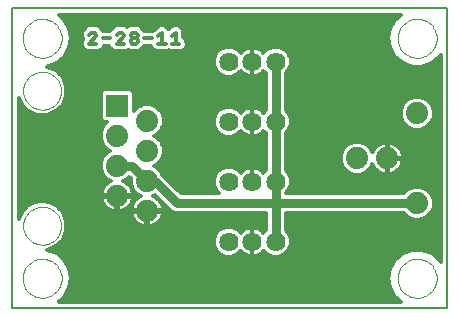
<source format=gtl>
G75*
G70*
%OFA0B0*%
%FSLAX24Y24*%
%IPPOS*%
%LPD*%
%AMOC8*
5,1,8,0,0,1.08239X$1,22.5*
%
%ADD10C,0.0080*%
%ADD11C,0.0130*%
%ADD12C,0.0740*%
%ADD13C,0.0000*%
%ADD14R,0.0740X0.0740*%
%ADD15C,0.0640*%
%ADD16C,0.0120*%
%ADD17C,0.0300*%
D10*
X003397Y000232D02*
X017897Y000232D01*
X017897Y010232D01*
X003397Y010232D01*
X003397Y000232D01*
D11*
X005962Y009047D02*
X006208Y009294D01*
X006208Y009355D01*
X006147Y009417D01*
X006023Y009417D01*
X005962Y009355D01*
X005962Y009047D02*
X006208Y009047D01*
X006422Y009232D02*
X006669Y009232D01*
X006882Y009355D02*
X006944Y009417D01*
X007067Y009417D01*
X007129Y009355D01*
X007129Y009294D01*
X006882Y009047D01*
X007129Y009047D01*
X007343Y009109D02*
X007404Y009047D01*
X007528Y009047D01*
X007589Y009109D01*
X007589Y009170D01*
X007528Y009232D01*
X007404Y009232D01*
X007343Y009294D01*
X007343Y009355D01*
X007404Y009417D01*
X007528Y009417D01*
X007589Y009355D01*
X007589Y009294D01*
X007528Y009232D01*
X007404Y009232D02*
X007343Y009170D01*
X007343Y009109D01*
X007803Y009232D02*
X008050Y009232D01*
X008263Y009294D02*
X008387Y009417D01*
X008387Y009047D01*
X008510Y009047D02*
X008263Y009047D01*
X008724Y009047D02*
X008971Y009047D01*
X008847Y009047D02*
X008847Y009417D01*
X008724Y009294D01*
D12*
X007897Y006482D03*
X006897Y005982D03*
X007897Y005482D03*
X006897Y004982D03*
X007897Y004482D03*
X006897Y003982D03*
X007897Y003482D03*
X014897Y005232D03*
X015897Y005232D03*
X016897Y006732D03*
X016897Y003732D03*
D13*
X016247Y001232D02*
X016249Y001282D01*
X016255Y001332D01*
X016265Y001382D01*
X016278Y001430D01*
X016295Y001478D01*
X016316Y001524D01*
X016340Y001568D01*
X016368Y001610D01*
X016399Y001650D01*
X016433Y001687D01*
X016470Y001722D01*
X016509Y001753D01*
X016550Y001782D01*
X016594Y001807D01*
X016640Y001829D01*
X016687Y001847D01*
X016735Y001861D01*
X016784Y001872D01*
X016834Y001879D01*
X016884Y001882D01*
X016935Y001881D01*
X016985Y001876D01*
X017035Y001867D01*
X017083Y001855D01*
X017131Y001838D01*
X017177Y001818D01*
X017222Y001795D01*
X017265Y001768D01*
X017305Y001738D01*
X017343Y001705D01*
X017378Y001669D01*
X017411Y001630D01*
X017440Y001589D01*
X017466Y001546D01*
X017489Y001501D01*
X017508Y001454D01*
X017523Y001406D01*
X017535Y001357D01*
X017543Y001307D01*
X017547Y001257D01*
X017547Y001207D01*
X017543Y001157D01*
X017535Y001107D01*
X017523Y001058D01*
X017508Y001010D01*
X017489Y000963D01*
X017466Y000918D01*
X017440Y000875D01*
X017411Y000834D01*
X017378Y000795D01*
X017343Y000759D01*
X017305Y000726D01*
X017265Y000696D01*
X017222Y000669D01*
X017177Y000646D01*
X017131Y000626D01*
X017083Y000609D01*
X017035Y000597D01*
X016985Y000588D01*
X016935Y000583D01*
X016884Y000582D01*
X016834Y000585D01*
X016784Y000592D01*
X016735Y000603D01*
X016687Y000617D01*
X016640Y000635D01*
X016594Y000657D01*
X016550Y000682D01*
X016509Y000711D01*
X016470Y000742D01*
X016433Y000777D01*
X016399Y000814D01*
X016368Y000854D01*
X016340Y000896D01*
X016316Y000940D01*
X016295Y000986D01*
X016278Y001034D01*
X016265Y001082D01*
X016255Y001132D01*
X016249Y001182D01*
X016247Y001232D01*
X003747Y001232D02*
X003749Y001282D01*
X003755Y001332D01*
X003765Y001382D01*
X003778Y001430D01*
X003795Y001478D01*
X003816Y001524D01*
X003840Y001568D01*
X003868Y001610D01*
X003899Y001650D01*
X003933Y001687D01*
X003970Y001722D01*
X004009Y001753D01*
X004050Y001782D01*
X004094Y001807D01*
X004140Y001829D01*
X004187Y001847D01*
X004235Y001861D01*
X004284Y001872D01*
X004334Y001879D01*
X004384Y001882D01*
X004435Y001881D01*
X004485Y001876D01*
X004535Y001867D01*
X004583Y001855D01*
X004631Y001838D01*
X004677Y001818D01*
X004722Y001795D01*
X004765Y001768D01*
X004805Y001738D01*
X004843Y001705D01*
X004878Y001669D01*
X004911Y001630D01*
X004940Y001589D01*
X004966Y001546D01*
X004989Y001501D01*
X005008Y001454D01*
X005023Y001406D01*
X005035Y001357D01*
X005043Y001307D01*
X005047Y001257D01*
X005047Y001207D01*
X005043Y001157D01*
X005035Y001107D01*
X005023Y001058D01*
X005008Y001010D01*
X004989Y000963D01*
X004966Y000918D01*
X004940Y000875D01*
X004911Y000834D01*
X004878Y000795D01*
X004843Y000759D01*
X004805Y000726D01*
X004765Y000696D01*
X004722Y000669D01*
X004677Y000646D01*
X004631Y000626D01*
X004583Y000609D01*
X004535Y000597D01*
X004485Y000588D01*
X004435Y000583D01*
X004384Y000582D01*
X004334Y000585D01*
X004284Y000592D01*
X004235Y000603D01*
X004187Y000617D01*
X004140Y000635D01*
X004094Y000657D01*
X004050Y000682D01*
X004009Y000711D01*
X003970Y000742D01*
X003933Y000777D01*
X003899Y000814D01*
X003868Y000854D01*
X003840Y000896D01*
X003816Y000940D01*
X003795Y000986D01*
X003778Y001034D01*
X003765Y001082D01*
X003755Y001132D01*
X003749Y001182D01*
X003747Y001232D01*
X003767Y002982D02*
X003769Y003032D01*
X003775Y003082D01*
X003785Y003131D01*
X003799Y003179D01*
X003816Y003226D01*
X003837Y003271D01*
X003862Y003315D01*
X003890Y003356D01*
X003922Y003395D01*
X003956Y003432D01*
X003993Y003466D01*
X004033Y003496D01*
X004075Y003523D01*
X004119Y003547D01*
X004165Y003568D01*
X004212Y003584D01*
X004260Y003597D01*
X004310Y003606D01*
X004359Y003611D01*
X004410Y003612D01*
X004460Y003609D01*
X004509Y003602D01*
X004558Y003591D01*
X004606Y003576D01*
X004652Y003558D01*
X004697Y003536D01*
X004740Y003510D01*
X004781Y003481D01*
X004820Y003449D01*
X004856Y003414D01*
X004888Y003376D01*
X004918Y003336D01*
X004945Y003293D01*
X004968Y003249D01*
X004987Y003203D01*
X005003Y003155D01*
X005015Y003106D01*
X005023Y003057D01*
X005027Y003007D01*
X005027Y002957D01*
X005023Y002907D01*
X005015Y002858D01*
X005003Y002809D01*
X004987Y002761D01*
X004968Y002715D01*
X004945Y002671D01*
X004918Y002628D01*
X004888Y002588D01*
X004856Y002550D01*
X004820Y002515D01*
X004781Y002483D01*
X004740Y002454D01*
X004697Y002428D01*
X004652Y002406D01*
X004606Y002388D01*
X004558Y002373D01*
X004509Y002362D01*
X004460Y002355D01*
X004410Y002352D01*
X004359Y002353D01*
X004310Y002358D01*
X004260Y002367D01*
X004212Y002380D01*
X004165Y002396D01*
X004119Y002417D01*
X004075Y002441D01*
X004033Y002468D01*
X003993Y002498D01*
X003956Y002532D01*
X003922Y002569D01*
X003890Y002608D01*
X003862Y002649D01*
X003837Y002693D01*
X003816Y002738D01*
X003799Y002785D01*
X003785Y002833D01*
X003775Y002882D01*
X003769Y002932D01*
X003767Y002982D01*
X003767Y007482D02*
X003769Y007532D01*
X003775Y007582D01*
X003785Y007631D01*
X003799Y007679D01*
X003816Y007726D01*
X003837Y007771D01*
X003862Y007815D01*
X003890Y007856D01*
X003922Y007895D01*
X003956Y007932D01*
X003993Y007966D01*
X004033Y007996D01*
X004075Y008023D01*
X004119Y008047D01*
X004165Y008068D01*
X004212Y008084D01*
X004260Y008097D01*
X004310Y008106D01*
X004359Y008111D01*
X004410Y008112D01*
X004460Y008109D01*
X004509Y008102D01*
X004558Y008091D01*
X004606Y008076D01*
X004652Y008058D01*
X004697Y008036D01*
X004740Y008010D01*
X004781Y007981D01*
X004820Y007949D01*
X004856Y007914D01*
X004888Y007876D01*
X004918Y007836D01*
X004945Y007793D01*
X004968Y007749D01*
X004987Y007703D01*
X005003Y007655D01*
X005015Y007606D01*
X005023Y007557D01*
X005027Y007507D01*
X005027Y007457D01*
X005023Y007407D01*
X005015Y007358D01*
X005003Y007309D01*
X004987Y007261D01*
X004968Y007215D01*
X004945Y007171D01*
X004918Y007128D01*
X004888Y007088D01*
X004856Y007050D01*
X004820Y007015D01*
X004781Y006983D01*
X004740Y006954D01*
X004697Y006928D01*
X004652Y006906D01*
X004606Y006888D01*
X004558Y006873D01*
X004509Y006862D01*
X004460Y006855D01*
X004410Y006852D01*
X004359Y006853D01*
X004310Y006858D01*
X004260Y006867D01*
X004212Y006880D01*
X004165Y006896D01*
X004119Y006917D01*
X004075Y006941D01*
X004033Y006968D01*
X003993Y006998D01*
X003956Y007032D01*
X003922Y007069D01*
X003890Y007108D01*
X003862Y007149D01*
X003837Y007193D01*
X003816Y007238D01*
X003799Y007285D01*
X003785Y007333D01*
X003775Y007382D01*
X003769Y007432D01*
X003767Y007482D01*
X003747Y009232D02*
X003749Y009282D01*
X003755Y009332D01*
X003765Y009382D01*
X003778Y009430D01*
X003795Y009478D01*
X003816Y009524D01*
X003840Y009568D01*
X003868Y009610D01*
X003899Y009650D01*
X003933Y009687D01*
X003970Y009722D01*
X004009Y009753D01*
X004050Y009782D01*
X004094Y009807D01*
X004140Y009829D01*
X004187Y009847D01*
X004235Y009861D01*
X004284Y009872D01*
X004334Y009879D01*
X004384Y009882D01*
X004435Y009881D01*
X004485Y009876D01*
X004535Y009867D01*
X004583Y009855D01*
X004631Y009838D01*
X004677Y009818D01*
X004722Y009795D01*
X004765Y009768D01*
X004805Y009738D01*
X004843Y009705D01*
X004878Y009669D01*
X004911Y009630D01*
X004940Y009589D01*
X004966Y009546D01*
X004989Y009501D01*
X005008Y009454D01*
X005023Y009406D01*
X005035Y009357D01*
X005043Y009307D01*
X005047Y009257D01*
X005047Y009207D01*
X005043Y009157D01*
X005035Y009107D01*
X005023Y009058D01*
X005008Y009010D01*
X004989Y008963D01*
X004966Y008918D01*
X004940Y008875D01*
X004911Y008834D01*
X004878Y008795D01*
X004843Y008759D01*
X004805Y008726D01*
X004765Y008696D01*
X004722Y008669D01*
X004677Y008646D01*
X004631Y008626D01*
X004583Y008609D01*
X004535Y008597D01*
X004485Y008588D01*
X004435Y008583D01*
X004384Y008582D01*
X004334Y008585D01*
X004284Y008592D01*
X004235Y008603D01*
X004187Y008617D01*
X004140Y008635D01*
X004094Y008657D01*
X004050Y008682D01*
X004009Y008711D01*
X003970Y008742D01*
X003933Y008777D01*
X003899Y008814D01*
X003868Y008854D01*
X003840Y008896D01*
X003816Y008940D01*
X003795Y008986D01*
X003778Y009034D01*
X003765Y009082D01*
X003755Y009132D01*
X003749Y009182D01*
X003747Y009232D01*
X016247Y009232D02*
X016249Y009282D01*
X016255Y009332D01*
X016265Y009382D01*
X016278Y009430D01*
X016295Y009478D01*
X016316Y009524D01*
X016340Y009568D01*
X016368Y009610D01*
X016399Y009650D01*
X016433Y009687D01*
X016470Y009722D01*
X016509Y009753D01*
X016550Y009782D01*
X016594Y009807D01*
X016640Y009829D01*
X016687Y009847D01*
X016735Y009861D01*
X016784Y009872D01*
X016834Y009879D01*
X016884Y009882D01*
X016935Y009881D01*
X016985Y009876D01*
X017035Y009867D01*
X017083Y009855D01*
X017131Y009838D01*
X017177Y009818D01*
X017222Y009795D01*
X017265Y009768D01*
X017305Y009738D01*
X017343Y009705D01*
X017378Y009669D01*
X017411Y009630D01*
X017440Y009589D01*
X017466Y009546D01*
X017489Y009501D01*
X017508Y009454D01*
X017523Y009406D01*
X017535Y009357D01*
X017543Y009307D01*
X017547Y009257D01*
X017547Y009207D01*
X017543Y009157D01*
X017535Y009107D01*
X017523Y009058D01*
X017508Y009010D01*
X017489Y008963D01*
X017466Y008918D01*
X017440Y008875D01*
X017411Y008834D01*
X017378Y008795D01*
X017343Y008759D01*
X017305Y008726D01*
X017265Y008696D01*
X017222Y008669D01*
X017177Y008646D01*
X017131Y008626D01*
X017083Y008609D01*
X017035Y008597D01*
X016985Y008588D01*
X016935Y008583D01*
X016884Y008582D01*
X016834Y008585D01*
X016784Y008592D01*
X016735Y008603D01*
X016687Y008617D01*
X016640Y008635D01*
X016594Y008657D01*
X016550Y008682D01*
X016509Y008711D01*
X016470Y008742D01*
X016433Y008777D01*
X016399Y008814D01*
X016368Y008854D01*
X016340Y008896D01*
X016316Y008940D01*
X016295Y008986D01*
X016278Y009034D01*
X016265Y009082D01*
X016255Y009132D01*
X016249Y009182D01*
X016247Y009232D01*
D14*
X006897Y006982D03*
D15*
X010609Y006448D03*
X011397Y006448D03*
X012184Y006448D03*
X012184Y004448D03*
X011397Y004448D03*
X010609Y004448D03*
X010609Y002448D03*
X011397Y002448D03*
X012184Y002448D03*
X012184Y008448D03*
X011397Y008448D03*
X010609Y008448D03*
D16*
X010151Y008648D02*
X005157Y008648D01*
X005135Y008612D02*
X005303Y008902D01*
X005361Y009232D01*
X005303Y009562D01*
X005135Y009852D01*
X004945Y010012D01*
X016348Y010012D01*
X016158Y009852D01*
X016158Y009852D01*
X016158Y009852D01*
X015990Y009562D01*
X015990Y009562D01*
X015932Y009232D01*
X015932Y009232D01*
X015990Y008902D01*
X015990Y008902D01*
X016158Y008612D01*
X016158Y008612D01*
X016414Y008396D01*
X016729Y008282D01*
X016805Y008282D01*
X016897Y008282D01*
X016988Y008282D01*
X017064Y008282D01*
X017379Y008396D01*
X017635Y008612D01*
X017677Y008683D01*
X017677Y001781D01*
X017635Y001852D01*
X017379Y002067D01*
X017379Y002067D01*
X017064Y002182D01*
X016897Y002182D01*
X016805Y002182D01*
X016729Y002182D01*
X016414Y002067D01*
X016158Y001852D01*
X016158Y001852D01*
X016158Y001852D01*
X015990Y001562D01*
X015990Y001562D01*
X015932Y001232D01*
X015932Y001232D01*
X015990Y000902D01*
X015990Y000902D01*
X016158Y000612D01*
X016158Y000612D01*
X016348Y000452D01*
X004945Y000452D01*
X005135Y000612D01*
X005303Y000902D01*
X005361Y001232D01*
X005303Y001562D01*
X005135Y001852D01*
X004879Y002067D01*
X004879Y002067D01*
X004573Y002178D01*
X004855Y002295D01*
X005083Y002523D01*
X005206Y002821D01*
X005206Y003143D01*
X005083Y003441D01*
X004855Y003668D01*
X004558Y003792D01*
X004235Y003792D01*
X003938Y003668D01*
X003710Y003441D01*
X003616Y003215D01*
X003616Y007249D01*
X003710Y007023D01*
X003938Y006795D01*
X004235Y006672D01*
X004558Y006672D01*
X004855Y006795D01*
X005083Y007023D01*
X005206Y007321D01*
X005206Y007643D01*
X005083Y007941D01*
X004855Y008168D01*
X004573Y008285D01*
X004879Y008396D01*
X005135Y008612D01*
X005135Y008612D01*
X005135Y008612D01*
X005038Y008530D02*
X010109Y008530D01*
X010109Y008548D02*
X010109Y008349D01*
X010185Y008165D01*
X010326Y008024D01*
X010510Y007948D01*
X010709Y007948D01*
X010892Y008024D01*
X011019Y008151D01*
X011030Y008136D01*
X011084Y008082D01*
X011145Y008038D01*
X011212Y008004D01*
X011284Y007980D01*
X011359Y007968D01*
X011388Y007968D01*
X011388Y008439D01*
X011405Y008439D01*
X011405Y007968D01*
X011434Y007968D01*
X011509Y007980D01*
X011581Y008004D01*
X011648Y008038D01*
X011709Y008082D01*
X011763Y008136D01*
X011774Y008151D01*
X011854Y008071D01*
X011854Y006825D01*
X011774Y006745D01*
X011763Y006761D01*
X011709Y006814D01*
X011648Y006859D01*
X011581Y006893D01*
X011509Y006916D01*
X011434Y006928D01*
X011405Y006928D01*
X011405Y006457D01*
X011388Y006457D01*
X011388Y006928D01*
X011359Y006928D01*
X011284Y006916D01*
X011212Y006893D01*
X011145Y006859D01*
X011084Y006814D01*
X011030Y006761D01*
X011019Y006745D01*
X010892Y006872D01*
X010709Y006948D01*
X010510Y006948D01*
X010326Y006872D01*
X010185Y006732D01*
X010109Y006548D01*
X010109Y006349D01*
X010185Y006165D01*
X010326Y006024D01*
X010510Y005948D01*
X010709Y005948D01*
X010892Y006024D01*
X011019Y006151D01*
X011030Y006136D01*
X011084Y006082D01*
X011145Y006038D01*
X011212Y006004D01*
X011284Y005980D01*
X011359Y005968D01*
X011388Y005968D01*
X011388Y006439D01*
X011405Y006439D01*
X011405Y005968D01*
X011434Y005968D01*
X011509Y005980D01*
X011581Y006004D01*
X011648Y006038D01*
X011709Y006082D01*
X011763Y006136D01*
X011774Y006151D01*
X011854Y006071D01*
X011854Y004825D01*
X011774Y004745D01*
X011763Y004761D01*
X011709Y004814D01*
X011648Y004859D01*
X011581Y004893D01*
X011509Y004916D01*
X011434Y004928D01*
X011405Y004928D01*
X011405Y004457D01*
X011388Y004457D01*
X011388Y004928D01*
X011359Y004928D01*
X011284Y004916D01*
X011212Y004893D01*
X011145Y004859D01*
X011084Y004814D01*
X011030Y004761D01*
X011019Y004745D01*
X010892Y004872D01*
X010709Y004948D01*
X010510Y004948D01*
X010326Y004872D01*
X010185Y004732D01*
X010109Y004548D01*
X010109Y004349D01*
X010185Y004165D01*
X010289Y004062D01*
X009033Y004062D01*
X008406Y004689D01*
X008363Y004793D01*
X008208Y004948D01*
X008127Y004982D01*
X008208Y005016D01*
X008363Y005170D01*
X008446Y005372D01*
X008446Y005591D01*
X008363Y005793D01*
X008208Y005948D01*
X008127Y005982D01*
X008208Y006016D01*
X008363Y006170D01*
X008446Y006372D01*
X008446Y006591D01*
X008363Y006793D01*
X008208Y006948D01*
X008006Y007032D01*
X007787Y007032D01*
X007585Y006948D01*
X007446Y006810D01*
X007446Y007426D01*
X007341Y007532D01*
X006452Y007532D01*
X006347Y007426D01*
X006347Y006537D01*
X006452Y006432D01*
X006569Y006432D01*
X006430Y006293D01*
X006347Y006091D01*
X006347Y005872D01*
X006430Y005670D01*
X006585Y005516D01*
X006666Y005482D01*
X006585Y005448D01*
X006430Y005293D01*
X006347Y005091D01*
X006347Y004872D01*
X006430Y004670D01*
X006585Y004516D01*
X006691Y004472D01*
X006619Y004435D01*
X006551Y004386D01*
X006492Y004327D01*
X006443Y004260D01*
X006405Y004185D01*
X006380Y004106D01*
X006367Y004024D01*
X006367Y004020D01*
X006858Y004020D01*
X006858Y003943D01*
X006935Y003943D01*
X006935Y003452D01*
X006938Y003452D01*
X007021Y003465D01*
X007100Y003491D01*
X007174Y003529D01*
X007242Y003578D01*
X007301Y003637D01*
X007350Y003704D01*
X007388Y003778D01*
X007413Y003858D01*
X007426Y003940D01*
X007426Y003943D01*
X006935Y003943D01*
X006935Y004020D01*
X007426Y004020D01*
X007426Y004024D01*
X007413Y004106D01*
X007388Y004185D01*
X007350Y004260D01*
X007301Y004327D01*
X007242Y004386D01*
X007174Y004435D01*
X007102Y004472D01*
X007208Y004516D01*
X007302Y004610D01*
X007347Y004565D01*
X007347Y004372D01*
X007430Y004170D01*
X007585Y004016D01*
X007691Y003972D01*
X007619Y003935D01*
X007551Y003886D01*
X007492Y003827D01*
X007443Y003760D01*
X007405Y003685D01*
X007380Y003606D01*
X007367Y003524D01*
X007367Y003520D01*
X007858Y003520D01*
X007858Y003443D01*
X007935Y003443D01*
X007935Y002952D01*
X007938Y002952D01*
X008021Y002965D01*
X008100Y002991D01*
X008174Y003029D01*
X008242Y003078D01*
X008301Y003137D01*
X008350Y003204D01*
X008388Y003278D01*
X008413Y003358D01*
X008426Y003440D01*
X008426Y003443D01*
X007935Y003443D01*
X007935Y003520D01*
X008426Y003520D01*
X008426Y003524D01*
X008413Y003606D01*
X008388Y003685D01*
X008350Y003760D01*
X008301Y003827D01*
X008242Y003886D01*
X008174Y003935D01*
X008102Y003972D01*
X008164Y003997D01*
X008617Y003545D01*
X008710Y003452D01*
X008831Y003402D01*
X011854Y003402D01*
X011854Y002825D01*
X011774Y002745D01*
X011763Y002761D01*
X011709Y002814D01*
X011648Y002859D01*
X011581Y002893D01*
X011509Y002916D01*
X011434Y002928D01*
X011405Y002928D01*
X011405Y002457D01*
X011388Y002457D01*
X011388Y002928D01*
X011359Y002928D01*
X011284Y002916D01*
X011212Y002893D01*
X011145Y002859D01*
X011084Y002814D01*
X011030Y002761D01*
X011019Y002745D01*
X010892Y002872D01*
X010709Y002948D01*
X010510Y002948D01*
X010326Y002872D01*
X010185Y002732D01*
X010109Y002548D01*
X010109Y002349D01*
X010185Y002165D01*
X010326Y002024D01*
X010510Y001948D01*
X010709Y001948D01*
X010892Y002024D01*
X011019Y002151D01*
X011030Y002136D01*
X011084Y002082D01*
X011145Y002038D01*
X011212Y002004D01*
X011284Y001980D01*
X011359Y001968D01*
X011388Y001968D01*
X011388Y002439D01*
X011405Y002439D01*
X011405Y001968D01*
X011434Y001968D01*
X011509Y001980D01*
X011581Y002004D01*
X011648Y002038D01*
X011709Y002082D01*
X011763Y002136D01*
X011774Y002151D01*
X011901Y002024D01*
X012084Y001948D01*
X012283Y001948D01*
X012467Y002024D01*
X012608Y002165D01*
X012684Y002349D01*
X012684Y002548D01*
X012608Y002732D01*
X012514Y002825D01*
X012514Y003402D01*
X016449Y003402D01*
X016585Y003266D01*
X016787Y003182D01*
X017006Y003182D01*
X017208Y003266D01*
X017363Y003420D01*
X017446Y003622D01*
X017446Y003841D01*
X017363Y004043D01*
X017208Y004198D01*
X017006Y004282D01*
X016787Y004282D01*
X016585Y004198D01*
X016449Y004062D01*
X012514Y004062D01*
X012514Y004071D01*
X012608Y004165D01*
X012684Y004349D01*
X012684Y004548D01*
X012608Y004732D01*
X012514Y004825D01*
X012514Y006071D01*
X012608Y006165D01*
X012684Y006349D01*
X012684Y006548D01*
X012608Y006732D01*
X012514Y006825D01*
X012514Y008071D01*
X012608Y008165D01*
X012684Y008349D01*
X012684Y008548D01*
X012608Y008732D01*
X012467Y008872D01*
X012283Y008948D01*
X012084Y008948D01*
X011901Y008872D01*
X011774Y008745D01*
X011763Y008761D01*
X011709Y008814D01*
X011648Y008859D01*
X011581Y008893D01*
X011509Y008916D01*
X011434Y008928D01*
X011405Y008928D01*
X011405Y008457D01*
X011388Y008457D01*
X011388Y008928D01*
X011359Y008928D01*
X011284Y008916D01*
X011212Y008893D01*
X011145Y008859D01*
X011084Y008814D01*
X011030Y008761D01*
X011019Y008745D01*
X010892Y008872D01*
X010709Y008948D01*
X010510Y008948D01*
X010326Y008872D01*
X010185Y008732D01*
X010109Y008548D01*
X010109Y008411D02*
X004897Y008411D01*
X004879Y008396D02*
X004879Y008396D01*
X004841Y008174D02*
X010181Y008174D01*
X010132Y008293D02*
X004594Y008293D01*
X004968Y008056D02*
X010295Y008056D01*
X010924Y008056D02*
X011120Y008056D01*
X011388Y008056D02*
X011405Y008056D01*
X011405Y008174D02*
X011388Y008174D01*
X011388Y008293D02*
X011405Y008293D01*
X011405Y008411D02*
X011388Y008411D01*
X011388Y008530D02*
X011405Y008530D01*
X011405Y008648D02*
X011388Y008648D01*
X011388Y008767D02*
X011405Y008767D01*
X011405Y008885D02*
X011388Y008885D01*
X011197Y008885D02*
X010860Y008885D01*
X010998Y008767D02*
X011036Y008767D01*
X011596Y008885D02*
X011933Y008885D01*
X011795Y008767D02*
X011757Y008767D01*
X012435Y008885D02*
X016000Y008885D01*
X016068Y008767D02*
X012572Y008767D01*
X012642Y008648D02*
X016136Y008648D01*
X016255Y008530D02*
X012684Y008530D01*
X012684Y008411D02*
X016396Y008411D01*
X016414Y008396D02*
X016414Y008396D01*
X016699Y008293D02*
X012661Y008293D01*
X012612Y008174D02*
X017677Y008174D01*
X017677Y008056D02*
X012514Y008056D01*
X012514Y007937D02*
X017677Y007937D01*
X017677Y007819D02*
X012514Y007819D01*
X012514Y007700D02*
X017677Y007700D01*
X017677Y007581D02*
X012514Y007581D01*
X012514Y007463D02*
X017677Y007463D01*
X017677Y007344D02*
X012514Y007344D01*
X012514Y007226D02*
X016652Y007226D01*
X016585Y007198D02*
X016430Y007043D01*
X016347Y006841D01*
X016347Y006622D01*
X016430Y006420D01*
X016585Y006266D01*
X016787Y006182D01*
X017006Y006182D01*
X017208Y006266D01*
X017363Y006420D01*
X017446Y006622D01*
X017446Y006841D01*
X017363Y007043D01*
X017208Y007198D01*
X017006Y007282D01*
X016787Y007282D01*
X016585Y007198D01*
X016494Y007107D02*
X012514Y007107D01*
X012514Y006989D02*
X016408Y006989D01*
X016359Y006870D02*
X012514Y006870D01*
X012588Y006752D02*
X016347Y006752D01*
X016347Y006633D02*
X012649Y006633D01*
X012684Y006515D02*
X016391Y006515D01*
X016454Y006396D02*
X012684Y006396D01*
X012654Y006278D02*
X016573Y006278D01*
X017220Y006278D02*
X017677Y006278D01*
X017677Y006396D02*
X017339Y006396D01*
X017402Y006515D02*
X017677Y006515D01*
X017677Y006633D02*
X017446Y006633D01*
X017446Y006752D02*
X017677Y006752D01*
X017677Y006870D02*
X017434Y006870D01*
X017385Y006989D02*
X017677Y006989D01*
X017677Y007107D02*
X017299Y007107D01*
X017141Y007226D02*
X017677Y007226D01*
X017677Y008293D02*
X017094Y008293D01*
X017397Y008411D02*
X017677Y008411D01*
X017677Y008530D02*
X017538Y008530D01*
X017635Y008612D02*
X017635Y008612D01*
X017635Y008612D01*
X017657Y008648D02*
X017677Y008648D01*
X016729Y008282D02*
X016729Y008282D01*
X015972Y009004D02*
X009215Y009004D01*
X009215Y008998D02*
X009215Y009096D01*
X009178Y009186D01*
X009109Y009254D01*
X009092Y009262D01*
X009092Y009466D01*
X009077Y009502D01*
X009055Y009556D01*
X008986Y009625D01*
X008896Y009662D01*
X008798Y009662D01*
X008762Y009647D01*
X008708Y009625D01*
X008639Y009556D01*
X008608Y009524D01*
X008594Y009556D01*
X008525Y009625D01*
X008435Y009662D01*
X008338Y009662D01*
X008302Y009647D01*
X008248Y009625D01*
X008179Y009556D01*
X008179Y009556D01*
X008100Y009476D01*
X008099Y009477D01*
X007804Y009477D01*
X007797Y009494D01*
X007796Y009495D01*
X007735Y009556D01*
X007733Y009558D01*
X007667Y009625D01*
X007666Y009625D01*
X007652Y009631D01*
X007577Y009662D01*
X007479Y009662D01*
X007356Y009662D01*
X007355Y009662D01*
X007282Y009632D01*
X007266Y009625D01*
X007265Y009625D01*
X007236Y009595D01*
X007206Y009625D01*
X007190Y009632D01*
X007116Y009662D01*
X006993Y009662D01*
X006895Y009662D01*
X006819Y009631D01*
X006805Y009625D01*
X006739Y009558D01*
X006736Y009556D01*
X006674Y009494D01*
X006667Y009477D01*
X006423Y009477D01*
X006416Y009494D01*
X006354Y009556D01*
X006350Y009560D01*
X006286Y009625D01*
X006285Y009625D01*
X006269Y009632D01*
X006196Y009662D01*
X006195Y009662D01*
X006072Y009662D01*
X005974Y009662D01*
X005899Y009631D01*
X005884Y009625D01*
X005818Y009558D01*
X005816Y009556D01*
X005754Y009494D01*
X005717Y009404D01*
X005717Y009307D01*
X005754Y009217D01*
X005769Y009201D01*
X005754Y009186D01*
X005717Y009096D01*
X005717Y008998D01*
X005754Y008908D01*
X005823Y008839D01*
X005913Y008802D01*
X006010Y008802D01*
X006257Y008802D01*
X006347Y008839D01*
X006416Y008908D01*
X006449Y008987D01*
X006642Y008987D01*
X006675Y008908D01*
X006743Y008839D01*
X006833Y008802D01*
X006931Y008802D01*
X007178Y008802D01*
X007267Y008839D01*
X007356Y008802D01*
X007453Y008802D01*
X007576Y008802D01*
X007666Y008839D01*
X007735Y008908D01*
X007797Y008970D01*
X007804Y008987D01*
X008023Y008987D01*
X008056Y008908D01*
X008125Y008839D01*
X008215Y008802D01*
X008559Y008802D01*
X008617Y008826D01*
X008675Y008802D01*
X009019Y008802D01*
X009109Y008839D01*
X009178Y008908D01*
X009215Y008998D01*
X009204Y009123D02*
X015951Y009123D01*
X015934Y009241D02*
X009123Y009241D01*
X009092Y009360D02*
X015954Y009360D01*
X015975Y009478D02*
X009087Y009478D01*
X009092Y009466D02*
X009092Y009466D01*
X009014Y009597D02*
X016010Y009597D01*
X016079Y009715D02*
X005214Y009715D01*
X005283Y009597D02*
X005856Y009597D01*
X005884Y009625D02*
X005884Y009625D01*
X005884Y009625D01*
X005816Y009556D02*
X005816Y009556D01*
X005747Y009478D02*
X005318Y009478D01*
X005303Y009562D02*
X005303Y009562D01*
X005339Y009360D02*
X005717Y009360D01*
X005744Y009241D02*
X005360Y009241D01*
X005361Y009232D02*
X005361Y009232D01*
X005342Y009123D02*
X005728Y009123D01*
X005717Y009004D02*
X005321Y009004D01*
X005303Y008902D02*
X005303Y008902D01*
X005293Y008885D02*
X005776Y008885D01*
X005225Y008767D02*
X010221Y008767D01*
X010358Y008885D02*
X009156Y008885D01*
X008078Y008885D02*
X007713Y008885D01*
X007804Y009478D02*
X008101Y009478D01*
X008220Y009597D02*
X007695Y009597D01*
X007666Y009625D02*
X007666Y009625D01*
X007797Y009494D02*
X007797Y009494D01*
X007266Y009625D02*
X007266Y009625D01*
X007237Y009597D02*
X007234Y009597D01*
X007206Y009625D02*
X007206Y009625D01*
X007206Y009625D01*
X007116Y009662D02*
X007116Y009662D01*
X006805Y009625D02*
X006805Y009625D01*
X006805Y009625D01*
X006777Y009597D02*
X006314Y009597D01*
X006285Y009625D02*
X006285Y009625D01*
X006354Y009556D02*
X006354Y009556D01*
X006423Y009478D02*
X006668Y009478D01*
X006697Y008885D02*
X006394Y008885D01*
X005085Y007937D02*
X011854Y007937D01*
X011854Y007819D02*
X005134Y007819D01*
X005183Y007700D02*
X011854Y007700D01*
X011854Y007581D02*
X005206Y007581D01*
X005206Y007463D02*
X006383Y007463D01*
X006347Y007344D02*
X005206Y007344D01*
X005167Y007226D02*
X006347Y007226D01*
X006347Y007107D02*
X005118Y007107D01*
X005049Y006989D02*
X006347Y006989D01*
X006347Y006870D02*
X004930Y006870D01*
X004750Y006752D02*
X006347Y006752D01*
X006347Y006633D02*
X003616Y006633D01*
X003616Y006515D02*
X006369Y006515D01*
X006533Y006396D02*
X003616Y006396D01*
X003616Y006278D02*
X006424Y006278D01*
X006375Y006159D02*
X003616Y006159D01*
X003616Y006040D02*
X006347Y006040D01*
X006347Y005922D02*
X003616Y005922D01*
X003616Y005803D02*
X006375Y005803D01*
X006424Y005685D02*
X003616Y005685D01*
X003616Y005566D02*
X006534Y005566D01*
X006585Y005448D02*
X003616Y005448D01*
X003616Y005329D02*
X006466Y005329D01*
X006396Y005211D02*
X003616Y005211D01*
X003616Y005092D02*
X006347Y005092D01*
X006347Y004974D02*
X003616Y004974D01*
X003616Y004855D02*
X006354Y004855D01*
X006403Y004736D02*
X003616Y004736D01*
X003616Y004618D02*
X006483Y004618D01*
X006624Y004499D02*
X003616Y004499D01*
X003616Y004381D02*
X006546Y004381D01*
X006445Y004262D02*
X003616Y004262D01*
X003616Y004144D02*
X006392Y004144D01*
X006367Y004025D02*
X003616Y004025D01*
X003616Y003907D02*
X006372Y003907D01*
X006367Y003940D02*
X006380Y003858D01*
X006405Y003778D01*
X006443Y003704D01*
X006492Y003637D01*
X006551Y003578D01*
X006619Y003529D01*
X006693Y003491D01*
X006772Y003465D01*
X006855Y003452D01*
X006858Y003452D01*
X006858Y003943D01*
X006367Y003943D01*
X006367Y003940D01*
X006402Y003788D02*
X004566Y003788D01*
X004852Y003670D02*
X006468Y003670D01*
X006588Y003551D02*
X004973Y003551D01*
X005086Y003432D02*
X007368Y003432D01*
X007367Y003440D02*
X007380Y003358D01*
X007405Y003278D01*
X007443Y003204D01*
X007492Y003137D01*
X007551Y003078D01*
X007619Y003029D01*
X007693Y002991D01*
X007772Y002965D01*
X007855Y002952D01*
X007858Y002952D01*
X007858Y003443D01*
X007367Y003443D01*
X007367Y003440D01*
X007371Y003551D02*
X007205Y003551D01*
X007325Y003670D02*
X007400Y003670D01*
X007391Y003788D02*
X007464Y003788D01*
X007421Y003907D02*
X007580Y003907D01*
X007575Y004025D02*
X007426Y004025D01*
X007401Y004144D02*
X007457Y004144D01*
X007392Y004262D02*
X007348Y004262D01*
X007347Y004381D02*
X007247Y004381D01*
X007169Y004499D02*
X007347Y004499D01*
X008146Y004974D02*
X011854Y004974D01*
X011854Y005092D02*
X008285Y005092D01*
X008379Y005211D02*
X011854Y005211D01*
X011854Y005329D02*
X008429Y005329D01*
X008446Y005448D02*
X011854Y005448D01*
X011854Y005566D02*
X008446Y005566D01*
X008408Y005685D02*
X011854Y005685D01*
X011854Y005803D02*
X008353Y005803D01*
X008234Y005922D02*
X011854Y005922D01*
X011854Y006040D02*
X011652Y006040D01*
X011405Y006040D02*
X011388Y006040D01*
X011388Y006159D02*
X011405Y006159D01*
X011141Y006040D02*
X010908Y006040D01*
X011388Y006278D02*
X011405Y006278D01*
X011405Y006396D02*
X011388Y006396D01*
X011388Y006515D02*
X011405Y006515D01*
X011405Y006633D02*
X011388Y006633D01*
X011388Y006752D02*
X011405Y006752D01*
X011405Y006870D02*
X011388Y006870D01*
X011167Y006870D02*
X010894Y006870D01*
X011013Y006752D02*
X011024Y006752D01*
X011626Y006870D02*
X011854Y006870D01*
X011854Y006989D02*
X008110Y006989D01*
X008286Y006870D02*
X010324Y006870D01*
X010205Y006752D02*
X008380Y006752D01*
X008429Y006633D02*
X010144Y006633D01*
X010109Y006515D02*
X008446Y006515D01*
X008446Y006396D02*
X010109Y006396D01*
X010139Y006278D02*
X008407Y006278D01*
X008351Y006159D02*
X010191Y006159D01*
X010310Y006040D02*
X008233Y006040D01*
X007507Y006870D02*
X007446Y006870D01*
X007446Y006989D02*
X007683Y006989D01*
X007446Y007107D02*
X011854Y007107D01*
X011854Y007226D02*
X007446Y007226D01*
X007446Y007344D02*
X011854Y007344D01*
X011854Y007463D02*
X007410Y007463D01*
X004043Y006752D02*
X003616Y006752D01*
X003616Y006870D02*
X003863Y006870D01*
X003744Y006989D02*
X003616Y006989D01*
X003616Y007107D02*
X003675Y007107D01*
X003626Y007226D02*
X003616Y007226D01*
X005146Y009834D02*
X016147Y009834D01*
X016277Y009952D02*
X005016Y009952D01*
X005135Y009852D02*
X005135Y009852D01*
X008338Y009662D02*
X008338Y009662D01*
X008554Y009597D02*
X008680Y009597D01*
X008639Y009556D02*
X008639Y009556D01*
X008798Y009662D02*
X008798Y009662D01*
X011673Y008056D02*
X011854Y008056D01*
X011769Y006752D02*
X011780Y006752D01*
X012602Y006159D02*
X017677Y006159D01*
X017677Y006040D02*
X012514Y006040D01*
X012514Y005922D02*
X017677Y005922D01*
X017677Y005803D02*
X012514Y005803D01*
X012514Y005685D02*
X014572Y005685D01*
X014585Y005698D02*
X014430Y005543D01*
X014347Y005341D01*
X014347Y005122D01*
X014430Y004920D01*
X014585Y004766D01*
X014787Y004682D01*
X015006Y004682D01*
X015208Y004766D01*
X015363Y004920D01*
X015407Y005026D01*
X015443Y004954D01*
X015492Y004887D01*
X015551Y004828D01*
X015619Y004779D01*
X015693Y004741D01*
X015772Y004715D01*
X015855Y004702D01*
X015876Y004702D01*
X015876Y005212D01*
X015917Y005212D01*
X015917Y005252D01*
X016426Y005252D01*
X016426Y005274D01*
X016413Y005356D01*
X016388Y005435D01*
X016350Y005510D01*
X016301Y005577D01*
X016242Y005636D01*
X016174Y005685D01*
X016100Y005723D01*
X016021Y005749D01*
X015938Y005762D01*
X015917Y005762D01*
X015917Y005252D01*
X015876Y005252D01*
X015876Y005762D01*
X015855Y005762D01*
X015772Y005749D01*
X015693Y005723D01*
X015619Y005685D01*
X015551Y005636D01*
X015492Y005577D01*
X015443Y005510D01*
X015407Y005438D01*
X015363Y005543D01*
X015208Y005698D01*
X015006Y005782D01*
X014787Y005782D01*
X014585Y005698D01*
X014453Y005566D02*
X012514Y005566D01*
X012514Y005448D02*
X014391Y005448D01*
X014347Y005329D02*
X012514Y005329D01*
X012514Y005211D02*
X014347Y005211D01*
X014359Y005092D02*
X012514Y005092D01*
X012514Y004974D02*
X014408Y004974D01*
X014496Y004855D02*
X012514Y004855D01*
X012603Y004736D02*
X014655Y004736D01*
X015138Y004736D02*
X015706Y004736D01*
X015876Y004736D02*
X015917Y004736D01*
X015917Y004702D02*
X015938Y004702D01*
X016021Y004715D01*
X016100Y004741D01*
X016174Y004779D01*
X016242Y004828D01*
X016301Y004887D01*
X016350Y004954D01*
X016388Y005028D01*
X016413Y005108D01*
X016426Y005190D01*
X016426Y005212D01*
X015917Y005212D01*
X015917Y004702D01*
X016087Y004736D02*
X017677Y004736D01*
X017677Y004618D02*
X012655Y004618D01*
X012684Y004499D02*
X017677Y004499D01*
X017677Y004381D02*
X012684Y004381D01*
X012648Y004262D02*
X016740Y004262D01*
X016531Y004144D02*
X012586Y004144D01*
X011854Y004855D02*
X011653Y004855D01*
X011405Y004855D02*
X011388Y004855D01*
X011388Y004736D02*
X011405Y004736D01*
X011405Y004618D02*
X011388Y004618D01*
X011388Y004499D02*
X011405Y004499D01*
X011140Y004855D02*
X010910Y004855D01*
X010309Y004855D02*
X008301Y004855D01*
X008386Y004736D02*
X010190Y004736D01*
X010138Y004618D02*
X008477Y004618D01*
X008596Y004499D02*
X010109Y004499D01*
X010109Y004381D02*
X008714Y004381D01*
X008833Y004262D02*
X010145Y004262D01*
X010207Y004144D02*
X008951Y004144D01*
X008374Y003788D02*
X008329Y003788D01*
X008393Y003670D02*
X008492Y003670D01*
X008422Y003551D02*
X008611Y003551D01*
X008757Y003432D02*
X008425Y003432D01*
X008399Y003314D02*
X011854Y003314D01*
X011854Y003195D02*
X008344Y003195D01*
X008241Y003077D02*
X011854Y003077D01*
X011854Y002958D02*
X007979Y002958D01*
X007935Y002958D02*
X007858Y002958D01*
X007814Y002958D02*
X005206Y002958D01*
X005206Y002840D02*
X010293Y002840D01*
X010181Y002721D02*
X005165Y002721D01*
X005116Y002603D02*
X010132Y002603D01*
X010109Y002484D02*
X005044Y002484D01*
X004926Y002366D02*
X010109Y002366D01*
X010151Y002247D02*
X004739Y002247D01*
X004710Y002129D02*
X010222Y002129D01*
X010361Y002010D02*
X004947Y002010D01*
X005088Y001891D02*
X016205Y001891D01*
X016346Y002010D02*
X012432Y002010D01*
X012571Y002129D02*
X016583Y002129D01*
X016414Y002067D02*
X016414Y002067D01*
X016112Y001773D02*
X005181Y001773D01*
X005135Y001852D02*
X005135Y001852D01*
X005250Y001654D02*
X016044Y001654D01*
X015986Y001536D02*
X005308Y001536D01*
X005303Y001562D02*
X005303Y001562D01*
X005328Y001417D02*
X015965Y001417D01*
X015944Y001299D02*
X005349Y001299D01*
X005361Y001232D02*
X005361Y001232D01*
X005352Y001180D02*
X015941Y001180D01*
X015962Y001062D02*
X005331Y001062D01*
X005310Y000943D02*
X015983Y000943D01*
X016035Y000825D02*
X005258Y000825D01*
X005303Y000902D02*
X005303Y000902D01*
X005190Y000706D02*
X016103Y000706D01*
X016186Y000587D02*
X005106Y000587D01*
X005135Y000612D02*
X005135Y000612D01*
X005135Y000612D01*
X004965Y000469D02*
X016328Y000469D01*
X017635Y001852D02*
X017635Y001852D01*
X017677Y001891D02*
X017588Y001891D01*
X017677Y002010D02*
X017447Y002010D01*
X017677Y002129D02*
X017210Y002129D01*
X017064Y002182D02*
X017064Y002182D01*
X017677Y002247D02*
X012642Y002247D01*
X012684Y002366D02*
X017677Y002366D01*
X017677Y002484D02*
X012684Y002484D01*
X012661Y002603D02*
X017677Y002603D01*
X017677Y002721D02*
X012612Y002721D01*
X012514Y002840D02*
X017677Y002840D01*
X017677Y002958D02*
X012514Y002958D01*
X012514Y003077D02*
X017677Y003077D01*
X017677Y003195D02*
X017039Y003195D01*
X017256Y003314D02*
X017677Y003314D01*
X017677Y003432D02*
X017368Y003432D01*
X017417Y003551D02*
X017677Y003551D01*
X017677Y003670D02*
X017446Y003670D01*
X017446Y003788D02*
X017677Y003788D01*
X017677Y003907D02*
X017419Y003907D01*
X017370Y004025D02*
X017677Y004025D01*
X017677Y004144D02*
X017262Y004144D01*
X017053Y004262D02*
X017677Y004262D01*
X017677Y004855D02*
X016269Y004855D01*
X016360Y004974D02*
X017677Y004974D01*
X017677Y005092D02*
X016408Y005092D01*
X016426Y005211D02*
X017677Y005211D01*
X017677Y005329D02*
X016418Y005329D01*
X016381Y005448D02*
X017677Y005448D01*
X017677Y005566D02*
X016309Y005566D01*
X016175Y005685D02*
X017677Y005685D01*
X015917Y005685D02*
X015876Y005685D01*
X015876Y005566D02*
X015917Y005566D01*
X015917Y005448D02*
X015876Y005448D01*
X015876Y005329D02*
X015917Y005329D01*
X015917Y005211D02*
X015876Y005211D01*
X015876Y005092D02*
X015917Y005092D01*
X015917Y004974D02*
X015876Y004974D01*
X015876Y004855D02*
X015917Y004855D01*
X015524Y004855D02*
X015298Y004855D01*
X015385Y004974D02*
X015433Y004974D01*
X015412Y005448D02*
X015402Y005448D01*
X015340Y005566D02*
X015484Y005566D01*
X015618Y005685D02*
X015221Y005685D01*
X016537Y003314D02*
X012514Y003314D01*
X012514Y003195D02*
X016754Y003195D01*
X011854Y002840D02*
X011674Y002840D01*
X011405Y002840D02*
X011388Y002840D01*
X011388Y002721D02*
X011405Y002721D01*
X011119Y002840D02*
X010925Y002840D01*
X011388Y002603D02*
X011405Y002603D01*
X011405Y002484D02*
X011388Y002484D01*
X011388Y002366D02*
X011405Y002366D01*
X011405Y002247D02*
X011388Y002247D01*
X011388Y002129D02*
X011405Y002129D01*
X011405Y002010D02*
X011388Y002010D01*
X011200Y002010D02*
X010857Y002010D01*
X010996Y002129D02*
X011038Y002129D01*
X011593Y002010D02*
X011936Y002010D01*
X011797Y002129D02*
X011756Y002129D01*
X008255Y003907D02*
X008213Y003907D01*
X007935Y003432D02*
X007858Y003432D01*
X007858Y003314D02*
X007935Y003314D01*
X007935Y003195D02*
X007858Y003195D01*
X007858Y003077D02*
X007935Y003077D01*
X007552Y003077D02*
X005206Y003077D01*
X005185Y003195D02*
X007449Y003195D01*
X007394Y003314D02*
X005136Y003314D01*
X004227Y003788D02*
X003616Y003788D01*
X003616Y003670D02*
X003941Y003670D01*
X003820Y003551D02*
X003616Y003551D01*
X003616Y003432D02*
X003707Y003432D01*
X003657Y003314D02*
X003616Y003314D01*
X006858Y003551D02*
X006935Y003551D01*
X006935Y003670D02*
X006858Y003670D01*
X006858Y003788D02*
X006935Y003788D01*
X006935Y003907D02*
X006858Y003907D01*
D17*
X007897Y004482D02*
X007397Y004982D01*
X006897Y004982D01*
X007897Y004482D02*
X008147Y004482D01*
X008897Y003732D01*
X012184Y003732D01*
X016897Y003732D01*
X012184Y003732D02*
X012184Y002448D01*
X012184Y003732D02*
X012184Y004448D01*
X012184Y006448D01*
X012184Y008448D01*
M02*

</source>
